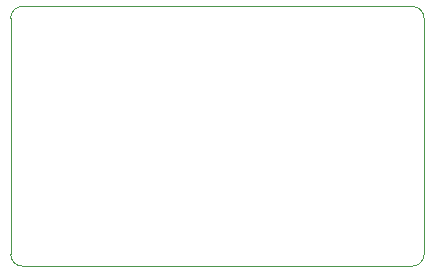
<source format=gbr>
G04 #@! TF.GenerationSoftware,KiCad,Pcbnew,5.1.4*
G04 #@! TF.CreationDate,2019-09-23T19:58:19+02:00*
G04 #@! TF.ProjectId,spiflash,73706966-6c61-4736-982e-6b696361645f,rev?*
G04 #@! TF.SameCoordinates,PX5f5e100PY4a62f80*
G04 #@! TF.FileFunction,Profile,NP*
%FSLAX46Y46*%
G04 Gerber Fmt 4.6, Leading zero omitted, Abs format (unit mm)*
G04 Created by KiCad (PCBNEW 5.1.4) date 2019-09-23 19:58:19*
%MOMM*%
%LPD*%
G04 APERTURE LIST*
%ADD10C,0.050000*%
G04 APERTURE END LIST*
D10*
X1000000Y-22000000D02*
G75*
G02X0Y-21000000I0J1000000D01*
G01*
X35000000Y-21000000D02*
G75*
G02X34000000Y-22000000I-1000000J0D01*
G01*
X34000000Y0D02*
G75*
G02X35000000Y-1000000I0J-1000000D01*
G01*
X0Y-1000000D02*
G75*
G02X1000000Y0I1000000J0D01*
G01*
X34000000Y0D02*
X1000000Y0D01*
X35000000Y-21000000D02*
X35000000Y-1000000D01*
X1000000Y-22000000D02*
X34000000Y-22000000D01*
X0Y-21000000D02*
X0Y-1000000D01*
M02*

</source>
